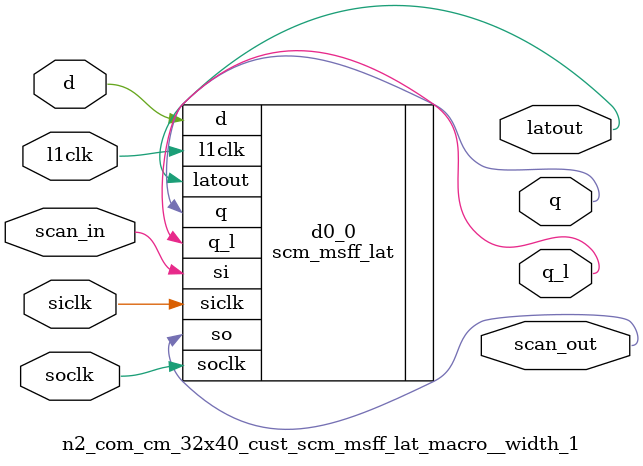
<source format=v>
module n2_com_cm_32x40_cust (
  adr_w, 
  din, 
  write_en, 
  tcu_array_wr_inhibit, 
  adr_r, 
  read_en, 
  lookup_en, 
  key, 
  l2clk, 
  tcu_se_scancollar_in, 
  scan_in, 
  tcu_pce_ov, 
  pce, 
  tcu_aclk, 
  tcu_bclk, 
  tcu_scan_en, 
  tcu_clk_stop, 
  tcu_array_bypass, 
  scan_out, 
  match, 
  match_idx, 
  dout);
wire siclk;
wire soclk;
wire pce_ov;
wire l1clk_in;
wire l1clk_en;
wire [142:0] so;
wire [152:0] xx_unused;
wire [152:0] xx0_unused;
wire [41:0] din_d1;
wire [41:7] key_d1;
wire lkup_so;
wire lookup_en_d1;
wire mb_ren_d1;
wire mb_wen_d1;
wire [31:0] adr_r_d1;
wire [31:0] adr_w_d1;
 

input   [31:0]  adr_w ; // set up to +ve edge, BS & SR 11/04/03, MB grows to 32
input   [41:0]  din;    // set up to +ve edge
input           write_en;       // +ve edge clk; write enable
input		tcu_array_wr_inhibit; // used to gate off writes during SCAN.
input   [31:0]  adr_r;  // set up to +ve edge, BS & SR 11/04/03, MB grows to 32
input           read_en;
input           lookup_en;      // set up to -ve edge
input   [41:7]  key;    // set up to -ve edge
input           l2clk ;
input           tcu_se_scancollar_in;
input           scan_in;
input           tcu_pce_ov;
input           pce;
input           tcu_aclk;
input           tcu_bclk;
input 		tcu_scan_en;
input		tcu_clk_stop;
input           tcu_array_bypass; // array bypass for DFT

output          scan_out;
output  [31:0]  match ;
output  [31:0]  match_idx ;
output  [41:0]  dout;

// JDL 05/17/07
// synopsys translate_off

wire   [41:0]   dout_array;
wire   [31:0]   match_array;
wire   [31:0]   match_idx_array;

// scan chain connections ////
wire stop;
assign siclk = tcu_aclk;
assign soclk = tcu_bclk;
//assign se = tcu_scan_en;
assign stop = tcu_clk_stop;
assign pce_ov = tcu_pce_ov;

assign dout = dout_array;

//// Input Flops /////


///////////
n2_com_cm_32x40_cust_l1clkhdr_ctl_macro      collar_in
         (
         .l2clk  (l2clk  ),
         .l1en   (pce   ),
         .pce_ov (pce_ov ),
         .stop   (stop   ),
         .se     (tcu_se_scancollar_in),
         .l1clk  (l1clk_in  )
         );

n2_com_cm_32x40_cust_l1clkhdr_ctl_macro      scan_en
         (
         .l2clk  (l2clk  ),
         .l1en   (pce   ),
         .pce_ov (pce_ov ),
         .stop   (stop   ),
         .se     (tcu_scan_en),
         .l1clk  (l1clk_en  )
         );



n2_com_cm_32x40_cust_scm_msff_lat_macro__width_1 xx0  (.scan_in(scan_in), .scan_out(so[0]), .l1clk(l1clk_in), .d(din[0]), .latout(xx_unused[0]), .q_l(xx0_unused[0]), .q(din_d1[0]),
  .siclk(siclk),
  .soclk(soclk));
n2_com_cm_32x40_cust_scm_msff_lat_macro__width_1 xx1  (.scan_in(so[0]), .scan_out(so[1]), .l1clk(l1clk_in), .d(din[1]), .latout(xx_unused[1]), .q_l(xx0_unused[1]), .q(din_d1[1]),
  .siclk(siclk),
  .soclk(soclk));
n2_com_cm_32x40_cust_scm_msff_lat_macro__width_1 xx2  (.scan_in(so[1]), .scan_out(so[2]), .l1clk(l1clk_in), .d(din[2]), .latout(xx_unused[2]), .q_l(xx0_unused[2]), .q(din_d1[2]),
  .siclk(siclk),
  .soclk(soclk));
n2_com_cm_32x40_cust_scm_msff_lat_macro__width_1 xx3  (.scan_in(so[2]), .scan_out(so[3]), .l1clk(l1clk_in), .d(din[3]), .latout(xx_unused[3]), .q_l(xx0_unused[3]), .q(din_d1[3]),
  .siclk(siclk),
  .soclk(soclk));
n2_com_cm_32x40_cust_scm_msff_lat_macro__width_1 xx4  (.scan_in(so[3]), .scan_out(so[4]), .l1clk(l1clk_in), .d(din[4]), .latout(xx_unused[4]), .q_l(xx0_unused[4]), .q(din_d1[4]),
  .siclk(siclk),
  .soclk(soclk));
n2_com_cm_32x40_cust_scm_msff_lat_macro__width_1 xx5  (.scan_in(so[4]), .scan_out(so[5]), .l1clk(l1clk_in), .d(din[5]), .latout(xx_unused[5]), .q_l(xx0_unused[5]), .q(din_d1[5]),
  .siclk(siclk),
  .soclk(soclk));
n2_com_cm_32x40_cust_scm_msff_lat_macro__width_1 xx6  (.scan_in(so[5]), .scan_out(so[6]), .l1clk(l1clk_in), .d(din[6]), .latout(xx_unused[6]), .q_l(xx0_unused[6]), .q(din_d1[6]),
  .siclk(siclk),
  .soclk(soclk));
n2_com_cm_32x40_cust_scm_msff_lat_macro__width_1 xx7  (.scan_in(so[6]), .scan_out(so[7]), .l1clk(l1clk_in), .d(din[9]), .latout(xx_unused[7]), .q_l(xx0_unused[7]), .q(din_d1[9]),
  .siclk(siclk),
  .soclk(soclk));
n2_com_cm_32x40_cust_scm_msff_lat_macro__width_1 xx8  (.scan_in(so[7]), .scan_out(so[8]), .l1clk(l1clk_in), .d(din[10]), .latout(xx_unused[8]), .q_l(xx0_unused[8]), .q(din_d1[10]),
  .siclk(siclk),
  .soclk(soclk));
n2_com_cm_32x40_cust_scm_msff_lat_macro__width_1 xx9  (.scan_in(so[8]), .scan_out(so[9]), .l1clk(l1clk_in), .d(din[11]), .latout(xx_unused[9]), .q_l(xx0_unused[9]), .q(din_d1[11]),
  .siclk(siclk),
  .soclk(soclk));
n2_com_cm_32x40_cust_scm_msff_lat_macro__width_1 xx10  (.scan_in(so[9]), .scan_out(so[10]), .l1clk(l1clk_in), .d(din[12]), .latout(xx_unused[10]), .q_l(xx0_unused[10]), .q(din_d1[12]),
  .siclk(siclk),
  .soclk(soclk));
n2_com_cm_32x40_cust_scm_msff_lat_macro__width_1 xx11  (.scan_in(so[10]), .scan_out(so[11]), .l1clk(l1clk_in), .d(din[13]), .latout(xx_unused[11]), .q_l(xx0_unused[11]), .q(din_d1[13]),
  .siclk(siclk),
  .soclk(soclk));
n2_com_cm_32x40_cust_scm_msff_lat_macro__width_1 xx12  (.scan_in(so[11]), .scan_out(so[12]), .l1clk(l1clk_in), .d(din[14]), .latout(xx_unused[12]), .q_l(xx0_unused[12]), .q(din_d1[14]),
  .siclk(siclk),
  .soclk(soclk));
n2_com_cm_32x40_cust_scm_msff_lat_macro__width_1 xx13  (.scan_in(so[12]), .scan_out(so[13]), .l1clk(l1clk_in), .d(din[15]), .latout(xx_unused[13]), .q_l(xx0_unused[13]), .q(din_d1[15]),
  .siclk(siclk),
  .soclk(soclk));
n2_com_cm_32x40_cust_scm_msff_lat_macro__width_1 xx14  (.scan_in(so[13]), .scan_out(so[14]), .l1clk(l1clk_in), .d(din[16]), .latout(xx_unused[14]), .q_l(xx0_unused[14]), .q(din_d1[16]),
  .siclk(siclk),
  .soclk(soclk));
n2_com_cm_32x40_cust_scm_msff_lat_macro__width_1 xx15  (.scan_in(so[14]), .scan_out(so[15]), .l1clk(l1clk_in), .d(din[17]), .latout(xx_unused[15]), .q_l(xx0_unused[15]), .q(din_d1[17]),
  .siclk(siclk),
  .soclk(soclk));
n2_com_cm_32x40_cust_scm_msff_lat_macro__width_1 xx16  (.scan_in(so[15]), .scan_out(so[16]), .l1clk(l1clk_in), .d(din[7]), .latout(xx_unused[16]), .q_l(xx0_unused[16]), .q(din_d1[7]),
  .siclk(siclk),
  .soclk(soclk));
n2_com_cm_32x40_cust_scm_msff_lat_macro__width_1 xx17  (.scan_in(so[16]), .scan_out(so[17]), .l1clk(l1clk_in), .d(din[8]), .latout(xx_unused[17]), .q_l(xx0_unused[17]), .q(din_d1[8]),
  .siclk(siclk),
  .soclk(soclk));
n2_com_cm_32x40_cust_scm_msff_lat_macro__width_1 xx18  (.scan_in(so[17]), .scan_out(so[18]), .l1clk(l1clk_in), .d(din[18]), .latout(xx_unused[18]), .q_l(xx0_unused[18]), .q(din_d1[18]),
  .siclk(siclk),
  .soclk(soclk));
n2_com_cm_32x40_cust_scm_msff_lat_macro__width_1 xx19  (.scan_in(so[18]), .scan_out(so[19]), .l1clk(l1clk_in), .d(din[19]), .latout(xx_unused[19]), .q_l(xx0_unused[19]), .q(din_d1[19]),
  .siclk(siclk),
  .soclk(soclk));
n2_com_cm_32x40_cust_scm_msff_lat_macro__width_1 xx20  (.scan_in(so[19]), .scan_out(so[20]), .l1clk(l1clk_in), .d(din[20]), .latout(xx_unused[20]), .q_l(xx0_unused[20]), .q(din_d1[20]),
  .siclk(siclk),
  .soclk(soclk));
n2_com_cm_32x40_cust_scm_msff_lat_macro__width_1 xx21  (.scan_in(so[20]), .scan_out(so[21]), .l1clk(l1clk_in), .d(din[21]), .latout(xx_unused[21]), .q_l(xx0_unused[21]), .q(din_d1[21]),
  .siclk(siclk),
  .soclk(soclk));
n2_com_cm_32x40_cust_scm_msff_lat_macro__width_1 xx22  (.scan_in(so[21]), .scan_out(so[22]), .l1clk(l1clk_in), .d(din[22]), .latout(xx_unused[22]), .q_l(xx0_unused[22]), .q(din_d1[22]),
  .siclk(siclk),
  .soclk(soclk));
n2_com_cm_32x40_cust_scm_msff_lat_macro__width_1 xx23  (.scan_in(so[22]), .scan_out(so[23]), .l1clk(l1clk_in), .d(din[23]), .latout(xx_unused[23]), .q_l(xx0_unused[23]), .q(din_d1[23]),
  .siclk(siclk),
  .soclk(soclk));
n2_com_cm_32x40_cust_scm_msff_lat_macro__width_1 xx24  (.scan_in(so[23]), .scan_out(so[24]), .l1clk(l1clk_in), .d(din[24]), .latout(xx_unused[24]), .q_l(xx0_unused[24]), .q(din_d1[24]),
  .siclk(siclk),
  .soclk(soclk));
n2_com_cm_32x40_cust_scm_msff_lat_macro__width_1 xx25  (.scan_in(so[24]), .scan_out(so[25]), .l1clk(l1clk_in), .d(din[25]), .latout(xx_unused[25]), .q_l(xx0_unused[25]), .q(din_d1[25]),
  .siclk(siclk),
  .soclk(soclk));
n2_com_cm_32x40_cust_scm_msff_lat_macro__width_1 xx26  (.scan_in(so[25]), .scan_out(so[26]), .l1clk(l1clk_in), .d(din[26]), .latout(xx_unused[26]), .q_l(xx0_unused[26]), .q(din_d1[26]),
  .siclk(siclk),
  .soclk(soclk));
n2_com_cm_32x40_cust_scm_msff_lat_macro__width_1 xx27  (.scan_in(so[26]), .scan_out(so[27]), .l1clk(l1clk_in), .d(din[27]), .latout(xx_unused[27]), .q_l(xx0_unused[27]), .q(din_d1[27]),
  .siclk(siclk),
  .soclk(soclk));
n2_com_cm_32x40_cust_scm_msff_lat_macro__width_1 xx28  (.scan_in(so[27]), .scan_out(so[28]), .l1clk(l1clk_in), .d(din[28]), .latout(xx_unused[28]), .q_l(xx0_unused[28]), .q(din_d1[28]),
  .siclk(siclk),
  .soclk(soclk));
n2_com_cm_32x40_cust_scm_msff_lat_macro__width_1 xx29  (.scan_in(so[28]), .scan_out(so[29]), .l1clk(l1clk_in), .d(din[29]), .latout(xx_unused[29]), .q_l(xx0_unused[29]), .q(din_d1[29]),
  .siclk(siclk),
  .soclk(soclk));
n2_com_cm_32x40_cust_scm_msff_lat_macro__width_1 xx30  (.scan_in(so[29]), .scan_out(so[30]), .l1clk(l1clk_in), .d(din[30]), .latout(xx_unused[30]), .q_l(xx0_unused[30]), .q(din_d1[30]),
  .siclk(siclk),
  .soclk(soclk));
n2_com_cm_32x40_cust_scm_msff_lat_macro__width_1 xx31  (.scan_in(so[30]), .scan_out(so[31]), .l1clk(l1clk_in), .d(din[31]), .latout(xx_unused[31]), .q_l(xx0_unused[31]), .q(din_d1[31]),
  .siclk(siclk),
  .soclk(soclk));
n2_com_cm_32x40_cust_scm_msff_lat_macro__width_1 xx32  (.scan_in(so[31]), .scan_out(so[32]), .l1clk(l1clk_in), .d(din[32]), .latout(xx_unused[32]), .q_l(xx0_unused[32]), .q(din_d1[32]),
  .siclk(siclk),
  .soclk(soclk));
n2_com_cm_32x40_cust_scm_msff_lat_macro__width_1 xx33  (.scan_in(so[32]), .scan_out(so[33]), .l1clk(l1clk_in), .d(din[33]), .latout(xx_unused[33]), .q_l(xx0_unused[33]), .q(din_d1[33]),
  .siclk(siclk),
  .soclk(soclk));
n2_com_cm_32x40_cust_scm_msff_lat_macro__width_1 xx34  (.scan_in(so[33]), .scan_out(so[34]), .l1clk(l1clk_in), .d(din[34]), .latout(xx_unused[34]), .q_l(xx0_unused[34]), .q(din_d1[34]),
  .siclk(siclk),
  .soclk(soclk));
n2_com_cm_32x40_cust_scm_msff_lat_macro__width_1 xx35  (.scan_in(so[34]), .scan_out(so[35]), .l1clk(l1clk_in), .d(din[35]), .latout(xx_unused[35]), .q_l(xx0_unused[35]), .q(din_d1[35]),
  .siclk(siclk),
  .soclk(soclk));
n2_com_cm_32x40_cust_scm_msff_lat_macro__width_1 xx36  (.scan_in(so[35]), .scan_out(so[36]), .l1clk(l1clk_in), .d(din[36]), .latout(xx_unused[36]), .q_l(xx0_unused[36]), .q(din_d1[36]),
  .siclk(siclk),
  .soclk(soclk));
n2_com_cm_32x40_cust_scm_msff_lat_macro__width_1 xx37  (.scan_in(so[36]), .scan_out(so[37]), .l1clk(l1clk_in), .d(din[37]), .latout(xx_unused[37]), .q_l(xx0_unused[37]), .q(din_d1[37]),
  .siclk(siclk),
  .soclk(soclk));
n2_com_cm_32x40_cust_scm_msff_lat_macro__width_1 xx38  (.scan_in(so[37]), .scan_out(so[38]), .l1clk(l1clk_in), .d(din[38]), .latout(xx_unused[38]), .q_l(xx0_unused[38]), .q(din_d1[38]),
  .siclk(siclk),
  .soclk(soclk));
n2_com_cm_32x40_cust_scm_msff_lat_macro__width_1 xx39  (.scan_in(so[38]), .scan_out(so[39]), .l1clk(l1clk_in), .d(din[39]), .latout(xx_unused[39]), .q_l(xx0_unused[39]), .q(din_d1[39]),
  .siclk(siclk),
  .soclk(soclk));
n2_com_cm_32x40_cust_scm_msff_lat_macro__width_1 xx40  (.scan_in(so[39]), .scan_out(so[40]), .l1clk(l1clk_in), .d(din[40]), .latout(xx_unused[40]), .q_l(xx0_unused[40]), .q(din_d1[40]),
  .siclk(siclk),
  .soclk(soclk));
n2_com_cm_32x40_cust_scm_msff_lat_macro__width_1 xx41  (.scan_in(so[40]), .scan_out(so[41]), .l1clk(l1clk_in), .d(din[41]), .latout(xx_unused[41]), .q_l(xx0_unused[41]), .q(din_d1[41]),
  .siclk(siclk),
  .soclk(soclk));
n2_com_cm_32x40_cust_scm_msff_lat_macro__width_1 xx42  (.scan_in(so[41]), .scan_out(so[42]), .l1clk(l1clk_in), .d(key[41]), .latout(key_d1[41]), .q_l(xx0_unused[42]), .q(xx_unused[42]),
  .siclk(siclk),
  .soclk(soclk));
n2_com_cm_32x40_cust_scm_msff_lat_macro__width_1 xx43  (.scan_in(so[42]), .scan_out(so[43]), .l1clk(l1clk_in), .d(key[40]), .latout(key_d1[40]), .q_l(xx0_unused[43]), .q(xx_unused[43]),
  .siclk(siclk),
  .soclk(soclk));
n2_com_cm_32x40_cust_scm_msff_lat_macro__width_1 xx44  (.scan_in(so[43]), .scan_out(so[44]), .l1clk(l1clk_in), .d(key[39]), .latout(key_d1[39]), .q_l(xx0_unused[44]), .q(xx_unused[44]),
  .siclk(siclk),
  .soclk(soclk));
n2_com_cm_32x40_cust_scm_msff_lat_macro__width_1 xx45  (.scan_in(so[44]), .scan_out(so[45]), .l1clk(l1clk_in), .d(key[38]), .latout(key_d1[38]), .q_l(xx0_unused[45]), .q(xx_unused[45]),
  .siclk(siclk),
  .soclk(soclk));





n2_com_cm_32x40_cust_scm_msff_lat_macro__width_1 xx46  (.scan_in(so[45]), .scan_out(lkup_so), .l1clk(l1clk_in), .d(lookup_en), .latout(lookup_en_d1),  .q_l(xx0_unused[46]), .q(xx_unused[46]),
  .siclk(siclk),
  .soclk(soclk));
n2_com_cm_32x40_cust_scm_msff_lat_macro__width_1 xx47  (.scan_in(lkup_so), .scan_out(so[46]), .l1clk(l1clk_in), .d(key[37]), .latout(key_d1[37]),      .q_l(xx0_unused[47]), .q(xx_unused[47]),
  .siclk(siclk),
  .soclk(soclk));
n2_com_cm_32x40_cust_scm_msff_lat_macro__width_1 xx48  (.scan_in(so[46]), .scan_out(so[47]), .l1clk(l1clk_in), .d(key[36]), .latout(key_d1[36]),       .q_l(xx0_unused[48]), .q(xx_unused[48]),
  .siclk(siclk),
  .soclk(soclk));
n2_com_cm_32x40_cust_scm_msff_lat_macro__width_1 xx49  (.scan_in(so[47]), .scan_out(so[48]), .l1clk(l1clk_in), .d(key[35]), .latout(key_d1[35]),       .q_l(xx0_unused[49]), .q(xx_unused[49]),
  .siclk(siclk),
  .soclk(soclk));
n2_com_cm_32x40_cust_scm_msff_lat_macro__width_1 xx50  (.scan_in(so[48]), .scan_out(so[49]), .l1clk(l1clk_in), .d(key[34]), .latout(key_d1[34]),       .q_l(xx0_unused[50]), .q(xx_unused[50]),
  .siclk(siclk),
  .soclk(soclk));
n2_com_cm_32x40_cust_scm_msff_lat_macro__width_1 xx51  (.scan_in(so[49]), .scan_out(so[50]), .l1clk(l1clk_in), .d(key[33]), .latout(key_d1[33]),       .q_l(xx0_unused[51]), .q(xx_unused[51]),
  .siclk(siclk),
  .soclk(soclk));
n2_com_cm_32x40_cust_scm_msff_lat_macro__width_1 xx52  (.scan_in(so[50]), .scan_out(so[51]), .l1clk(l1clk_in), .d(key[32]), .latout(key_d1[32]),       .q_l(xx0_unused[52]), .q(xx_unused[52]),
  .siclk(siclk),
  .soclk(soclk));
n2_com_cm_32x40_cust_scm_msff_lat_macro__width_1 xx53  (.scan_in(so[51]), .scan_out(so[52]), .l1clk(l1clk_in), .d(key[31]), .latout(key_d1[31]),       .q_l(xx0_unused[53]), .q(xx_unused[53]),
  .siclk(siclk),
  .soclk(soclk));
n2_com_cm_32x40_cust_scm_msff_lat_macro__width_1 xx54  (.scan_in(so[52]), .scan_out(so[53]), .l1clk(l1clk_in), .d(key[30]), .latout(key_d1[30]),       .q_l(xx0_unused[54]), .q(xx_unused[54]),
  .siclk(siclk),
  .soclk(soclk));
n2_com_cm_32x40_cust_scm_msff_lat_macro__width_1 xx55  (.scan_in(so[53]), .scan_out(so[54]), .l1clk(l1clk_in), .d(key[29]), .latout(key_d1[29]),       .q_l(xx0_unused[55]), .q(xx_unused[55]),
  .siclk(siclk),
  .soclk(soclk));
n2_com_cm_32x40_cust_scm_msff_lat_macro__width_1 xx56  (.scan_in(so[54]), .scan_out(so[55]), .l1clk(l1clk_in), .d(key[28]), .latout(key_d1[28]),       .q_l(xx0_unused[56]), .q(xx_unused[56]),
  .siclk(siclk),
  .soclk(soclk));
n2_com_cm_32x40_cust_scm_msff_lat_macro__width_1 xx57  (.scan_in(so[55]), .scan_out(so[56]), .l1clk(l1clk_in), .d(key[27]), .latout(key_d1[27]),       .q_l(xx0_unused[57]), .q(xx_unused[57]),
  .siclk(siclk),
  .soclk(soclk));
n2_com_cm_32x40_cust_scm_msff_lat_macro__width_1 xx58  (.scan_in(so[56]), .scan_out(so[57]), .l1clk(l1clk_in), .d(key[26]), .latout(key_d1[26]),       .q_l(xx0_unused[58]), .q(xx_unused[58]),
  .siclk(siclk),
  .soclk(soclk));
n2_com_cm_32x40_cust_scm_msff_lat_macro__width_1 xx59  (.scan_in(so[57]), .scan_out(so[58]), .l1clk(l1clk_in), .d(key[25]), .latout(key_d1[25]),       .q_l(xx0_unused[59]), .q(xx_unused[59]),
  .siclk(siclk),
  .soclk(soclk));
n2_com_cm_32x40_cust_scm_msff_lat_macro__width_1 xx60  (.scan_in(so[58]), .scan_out(so[59]), .l1clk(l1clk_in), .d(key[24]), .latout(key_d1[24]),       .q_l(xx0_unused[60]), .q(xx_unused[60]),
  .siclk(siclk),
  .soclk(soclk));
n2_com_cm_32x40_cust_scm_msff_lat_macro__width_1 xx61  (.scan_in(so[59]), .scan_out(so[60]), .l1clk(l1clk_in), .d(key[23]), .latout(key_d1[23]),       .q_l(xx0_unused[70]), .q(xx_unused[70]),
  .siclk(siclk),
  .soclk(soclk));
n2_com_cm_32x40_cust_scm_msff_lat_macro__width_1 xx62  (.scan_in(so[60]), .scan_out(so[61]), .l1clk(l1clk_in), .d(key[22]), .latout(key_d1[22]),       .q_l(xx0_unused[71]), .q(xx_unused[71]),
  .siclk(siclk),
  .soclk(soclk));
n2_com_cm_32x40_cust_scm_msff_lat_macro__width_1 xx63  (.scan_in(so[61]), .scan_out(so[62]), .l1clk(l1clk_in), .d(key[21]), .latout(key_d1[21]),       .q_l(xx0_unused[72]), .q(xx_unused[72]),
  .siclk(siclk),
  .soclk(soclk));
n2_com_cm_32x40_cust_scm_msff_lat_macro__width_1 xx64  (.scan_in(so[62]), .scan_out(so[63]), .l1clk(l1clk_in), .d(key[20]), .latout(key_d1[20]),       .q_l(xx0_unused[73]), .q(xx_unused[73]),
  .siclk(siclk),
  .soclk(soclk));
n2_com_cm_32x40_cust_scm_msff_lat_macro__width_1 xx65  (.scan_in(so[63]), .scan_out(so[64]), .l1clk(l1clk_in), .d(key[19]), .latout(key_d1[19]),       .q_l(xx0_unused[74]), .q(xx_unused[74]),
  .siclk(siclk),
  .soclk(soclk));
n2_com_cm_32x40_cust_scm_msff_lat_macro__width_1 xx66  (.scan_in(so[64]), .scan_out(so[65]), .l1clk(l1clk_in), .d(key[18]), .latout(key_d1[18]),       .q_l(xx0_unused[75]), .q(xx_unused[75]),
  .siclk(siclk),
  .soclk(soclk));
n2_com_cm_32x40_cust_scm_msff_lat_macro__width_1 xx67  (.scan_in(so[65]), .scan_out(so[66]), .l1clk(l1clk_in), .d(key[8]), .latout(key_d1[8]),         .q_l(xx0_unused[76]), .q(xx_unused[76]),
  .siclk(siclk),
  .soclk(soclk));
n2_com_cm_32x40_cust_scm_msff_lat_macro__width_1 xx68  (.scan_in(so[66]), .scan_out(so[67]), .l1clk(l1clk_in), .d(key[7]), .latout(key_d1[7]),         .q_l(xx0_unused[77]), .q(xx_unused[77]),
  .siclk(siclk),
  .soclk(soclk));
n2_com_cm_32x40_cust_scm_msff_lat_macro__width_1 xx69  (.scan_in(so[67]), .scan_out(so[68]), .l1clk(l1clk_in), .d(key[17]), .latout(key_d1[17]),       .q_l(xx0_unused[78]), .q(xx_unused[78]),
  .siclk(siclk),
  .soclk(soclk));
n2_com_cm_32x40_cust_scm_msff_lat_macro__width_1 xx70  (.scan_in(so[68]), .scan_out(so[69]), .l1clk(l1clk_in), .d(key[16]), .latout(key_d1[16]),       .q_l(xx0_unused[79]), .q(xx_unused[79]),
  .siclk(siclk),
  .soclk(soclk));
n2_com_cm_32x40_cust_scm_msff_lat_macro__width_1 xx71  (.scan_in(so[69]), .scan_out(so[70]), .l1clk(l1clk_in), .d(key[15]), .latout(key_d1[15]),       .q_l(xx0_unused[80]), .q(xx_unused[80]),
  .siclk(siclk),
  .soclk(soclk));
n2_com_cm_32x40_cust_scm_msff_lat_macro__width_1 xx72  (.scan_in(so[70]), .scan_out(so[71]), .l1clk(l1clk_in), .d(key[14]), .latout(key_d1[14]),       .q_l(xx0_unused[81]), .q(xx_unused[81]),
  .siclk(siclk),
  .soclk(soclk));
n2_com_cm_32x40_cust_scm_msff_lat_macro__width_1 xx73  (.scan_in(so[71]), .scan_out(so[72]), .l1clk(l1clk_in), .d(key[13]), .latout(key_d1[13]),       .q_l(xx0_unused[82]), .q(xx_unused[82]),
  .siclk(siclk),
  .soclk(soclk));
n2_com_cm_32x40_cust_scm_msff_lat_macro__width_1 xx74  (.scan_in(so[72]), .scan_out(so[73]), .l1clk(l1clk_in), .d(key[12]), .latout(key_d1[12]),       .q_l(xx0_unused[83]), .q(xx_unused[83]),
  .siclk(siclk),
  .soclk(soclk));
n2_com_cm_32x40_cust_scm_msff_lat_macro__width_1 xx75  (.scan_in(so[73]), .scan_out(so[74]), .l1clk(l1clk_in), .d(key[11]), .latout(key_d1[11]),       .q_l(xx0_unused[84]), .q(xx_unused[84]),
  .siclk(siclk),
  .soclk(soclk));
n2_com_cm_32x40_cust_scm_msff_lat_macro__width_1 xx76  (.scan_in(so[74]), .scan_out(so[75]), .l1clk(l1clk_in), .d(key[10]), .latout(key_d1[10]),       .q_l(xx0_unused[85]), .q(xx_unused[85]),
  .siclk(siclk),
  .soclk(soclk));
n2_com_cm_32x40_cust_scm_msff_lat_macro__width_1 xx77  (.scan_in(so[75]), .scan_out(so[76]), .l1clk(l1clk_in), .d(key[9]), .latout(key_d1[9]),         .q_l(xx0_unused[86]), .q(xx_unused[86]),
  .siclk(siclk),
  .soclk(soclk));
n2_com_cm_32x40_cust_scm_msff_lat_macro__width_1 xx78  (.scan_in(so[76]), .scan_out(so[77]), .l1clk(l1clk_in), .d(read_en), .latout(mb_ren_d1),        .q_l(xx0_unused[87]), .q(xx_unused[87]),
  .siclk(siclk),
  .soclk(soclk));
n2_com_cm_32x40_cust_scm_msff_lat_macro__width_1 xx79  (.scan_in(so[77]), .scan_out(so[78]), .l1clk(l1clk_in), .d(write_en), .latout(mb_wen_d1),       .q_l(xx0_unused[88]), .q(xx_unused[88]),
  .siclk(siclk),
  .soclk(soclk));
n2_com_cm_32x40_cust_scm_msff_lat_macro__width_1 xx80  (.scan_in(so[78]), .scan_out(so[79]), .l1clk(l1clk_in), .d(adr_r[0]), .latout(adr_r_d1[0]),     .q_l(xx0_unused[89]), .q(xx_unused[89]),
  .siclk(siclk),
  .soclk(soclk));
n2_com_cm_32x40_cust_scm_msff_lat_macro__width_1 xx81  (.scan_in(so[79]), .scan_out(so[80]), .l1clk(l1clk_in), .d(adr_r[1]), .latout(adr_r_d1[1]),     .q_l(xx0_unused[90]), .q(xx_unused[90]),
  .siclk(siclk),
  .soclk(soclk));
n2_com_cm_32x40_cust_scm_msff_lat_macro__width_1 xx82  (.scan_in(so[80]), .scan_out(so[81]), .l1clk(l1clk_in), .d(adr_r[2]), .latout(adr_r_d1[2]),     .q_l(xx0_unused[91]), .q(xx_unused[91]),
  .siclk(siclk),
  .soclk(soclk));
n2_com_cm_32x40_cust_scm_msff_lat_macro__width_1 xx83  (.scan_in(so[81]), .scan_out(so[82]), .l1clk(l1clk_in), .d(adr_r[3]), .latout(adr_r_d1[3]),     .q_l(xx0_unused[92]), .q(xx_unused[92]),
  .siclk(siclk),
  .soclk(soclk));
n2_com_cm_32x40_cust_scm_msff_lat_macro__width_1 xx84  (.scan_in(so[82]), .scan_out(so[83]), .l1clk(l1clk_in), .d(adr_w[0]), .latout(adr_w_d1[0]),     .q_l(xx0_unused[93]), .q(xx_unused[93]),
  .siclk(siclk),
  .soclk(soclk));
n2_com_cm_32x40_cust_scm_msff_lat_macro__width_1 xx85  (.scan_in(so[83]), .scan_out(so[84]), .l1clk(l1clk_in), .d(adr_w[1]), .latout(adr_w_d1[1]),     .q_l(xx0_unused[94]), .q(xx_unused[94]),
  .siclk(siclk),
  .soclk(soclk));
n2_com_cm_32x40_cust_scm_msff_lat_macro__width_1 xx86  (.scan_in(so[84]), .scan_out(so[85]), .l1clk(l1clk_in), .d(adr_w[2]), .latout(adr_w_d1[2]),     .q_l(xx0_unused[95]), .q(xx_unused[95]),
  .siclk(siclk),
  .soclk(soclk));
n2_com_cm_32x40_cust_scm_msff_lat_macro__width_1 xx87  (.scan_in(so[85]), .scan_out(so[86]), .l1clk(l1clk_in), .d(adr_w[3]), .latout(adr_w_d1[3]),     .q_l(xx0_unused[96]), .q(xx_unused[96]),
  .siclk(siclk),
  .soclk(soclk));
n2_com_cm_32x40_cust_scm_msff_lat_macro__width_1 xx88  (.scan_in(so[86]), .scan_out(so[87]), .l1clk(l1clk_in), .d(adr_r[4]), .latout(adr_r_d1[4]),     .q_l(xx0_unused[97]), .q(xx_unused[97]),
  .siclk(siclk),
  .soclk(soclk));
n2_com_cm_32x40_cust_scm_msff_lat_macro__width_1 xx89  (.scan_in(so[87]), .scan_out(so[88]), .l1clk(l1clk_in), .d(adr_r[5]), .latout(adr_r_d1[5]),     .q_l(xx0_unused[98]), .q(xx_unused[98]),
  .siclk(siclk),
  .soclk(soclk));
n2_com_cm_32x40_cust_scm_msff_lat_macro__width_1 xx90  (.scan_in(so[88]), .scan_out(so[89]), .l1clk(l1clk_in), .d(adr_r[6]), .latout(adr_r_d1[6]),     .q_l(xx0_unused[99]), .q(xx_unused[99]),
  .siclk(siclk),
  .soclk(soclk));
n2_com_cm_32x40_cust_scm_msff_lat_macro__width_1 xx91  (.scan_in(so[89]), .scan_out(so[90]), .l1clk(l1clk_in), .d(adr_r[7]), .latout(adr_r_d1[7]),     .q_l(xx0_unused[100]), .q(xx_unused[100]),
  .siclk(siclk),
  .soclk(soclk));
n2_com_cm_32x40_cust_scm_msff_lat_macro__width_1 xx92  (.scan_in(so[90]), .scan_out(so[91]), .l1clk(l1clk_in), .d(adr_w[4]), .latout(adr_w_d1[4]),     .q_l(xx0_unused[101]), .q(xx_unused[101]),
  .siclk(siclk),
  .soclk(soclk));
n2_com_cm_32x40_cust_scm_msff_lat_macro__width_1 xx93  (.scan_in(so[91]), .scan_out(so[92]), .l1clk(l1clk_in), .d(adr_w[5]), .latout(adr_w_d1[5]),     .q_l(xx0_unused[102]), .q(xx_unused[102]),
  .siclk(siclk),
  .soclk(soclk));
n2_com_cm_32x40_cust_scm_msff_lat_macro__width_1 xx94  (.scan_in(so[92]), .scan_out(so[93]), .l1clk(l1clk_in), .d(adr_w[6]), .latout(adr_w_d1[6]),     .q_l(xx0_unused[103]), .q(xx_unused[103]),
  .siclk(siclk),
  .soclk(soclk));
n2_com_cm_32x40_cust_scm_msff_lat_macro__width_1 xx95  (.scan_in(so[93]), .scan_out(so[94]), .l1clk(l1clk_in), .d(adr_w[7]), .latout(adr_w_d1[7]),     .q_l(xx0_unused[104]), .q(xx_unused[104]),
  .siclk(siclk),
  .soclk(soclk));
n2_com_cm_32x40_cust_scm_msff_lat_macro__width_1 xx96  (.scan_in(so[94]), .scan_out(so[95]), .l1clk(l1clk_in), .d(adr_r[11]), .latout(adr_r_d1[11]),   .q_l(xx0_unused[105]), .q(xx_unused[105]),
  .siclk(siclk),
  .soclk(soclk));
n2_com_cm_32x40_cust_scm_msff_lat_macro__width_1 xx97  (.scan_in(so[95]), .scan_out(so[96]), .l1clk(l1clk_in), .d(adr_r[10]), .latout(adr_r_d1[10]),   .q_l(xx0_unused[106]), .q(xx_unused[106]),
  .siclk(siclk),
  .soclk(soclk));
n2_com_cm_32x40_cust_scm_msff_lat_macro__width_1 xx98  (.scan_in(so[96]), .scan_out(so[97]), .l1clk(l1clk_in), .d(adr_r[9]), .latout(adr_r_d1[9]),     .q_l(xx0_unused[107]), .q(xx_unused[107]),
  .siclk(siclk),
  .soclk(soclk));
n2_com_cm_32x40_cust_scm_msff_lat_macro__width_1 xx99  (.scan_in(so[97]), .scan_out(so[98]), .l1clk(l1clk_in), .d(adr_r[8]), .latout(adr_r_d1[8]),     .q_l(xx0_unused[108]), .q(xx_unused[108]),
  .siclk(siclk),
  .soclk(soclk));
n2_com_cm_32x40_cust_scm_msff_lat_macro__width_1 xx100  (.scan_in(so[98]), .scan_out(so[99]), .l1clk(l1clk_in), .d(adr_w[11]), .latout(adr_w_d1[11]),  .q_l(xx0_unused[109]), .q(xx_unused[109]),
  .siclk(siclk),
  .soclk(soclk));
n2_com_cm_32x40_cust_scm_msff_lat_macro__width_1 xx101  (.scan_in(so[99]), .scan_out(so[100]), .l1clk(l1clk_in), .d(adr_w[10]), .latout(adr_w_d1[10]), .q_l(xx0_unused[110]), .q(xx_unused[110]),
  .siclk(siclk),
  .soclk(soclk));
n2_com_cm_32x40_cust_scm_msff_lat_macro__width_1 xx102  (.scan_in(so[100]), .scan_out(so[101]), .l1clk(l1clk_in), .d(adr_w[9]), .latout(adr_w_d1[9]),  .q_l(xx0_unused[111]), .q(xx_unused[111]),
  .siclk(siclk),
  .soclk(soclk));
n2_com_cm_32x40_cust_scm_msff_lat_macro__width_1 xx103  (.scan_in(so[101]), .scan_out(so[102]), .l1clk(l1clk_in), .d(adr_w[8]), .latout(adr_w_d1[8]),  .q_l(xx0_unused[112]), .q(xx_unused[112]),
  .siclk(siclk),
  .soclk(soclk));
n2_com_cm_32x40_cust_scm_msff_lat_macro__width_1 xx104  (.scan_in(so[102]), .scan_out(so[103]), .l1clk(l1clk_in), .d(adr_r[15]), .latout(adr_r_d1[15]),.q_l(xx0_unused[113]), .q(xx_unused[113]),
  .siclk(siclk),
  .soclk(soclk));
n2_com_cm_32x40_cust_scm_msff_lat_macro__width_1 xx105  (.scan_in(so[103]), .scan_out(so[104]), .l1clk(l1clk_in), .d(adr_r[14]), .latout(adr_r_d1[14]),.q_l(xx0_unused[114]), .q(xx_unused[114]),
  .siclk(siclk),
  .soclk(soclk));
n2_com_cm_32x40_cust_scm_msff_lat_macro__width_1 xx106  (.scan_in(so[104]), .scan_out(so[105]), .l1clk(l1clk_in), .d(adr_r[13]), .latout(adr_r_d1[13]),.q_l(xx0_unused[115]), .q(xx_unused[115]),
  .siclk(siclk),
  .soclk(soclk));
n2_com_cm_32x40_cust_scm_msff_lat_macro__width_1 xx107  (.scan_in(so[105]), .scan_out(so[106]), .l1clk(l1clk_in), .d(adr_r[12]), .latout(adr_r_d1[12]),.q_l(xx0_unused[116]), .q(xx_unused[116]),
  .siclk(siclk),
  .soclk(soclk));
n2_com_cm_32x40_cust_scm_msff_lat_macro__width_1 xx108  (.scan_in(so[106]), .scan_out(so[107]), .l1clk(l1clk_in), .d(adr_w[15]), .latout(adr_w_d1[15]),.q_l(xx0_unused[117]), .q(xx_unused[117]),
  .siclk(siclk),
  .soclk(soclk));
n2_com_cm_32x40_cust_scm_msff_lat_macro__width_1 xx109  (.scan_in(so[107]), .scan_out(so[108]), .l1clk(l1clk_in), .d(adr_w[14]), .latout(adr_w_d1[14]),.q_l(xx0_unused[118]), .q(xx_unused[118]),
  .siclk(siclk),
  .soclk(soclk));
n2_com_cm_32x40_cust_scm_msff_lat_macro__width_1 xx110  (.scan_in(so[108]), .scan_out(so[109]), .l1clk(l1clk_in), .d(adr_w[13]), .latout(adr_w_d1[13]),.q_l(xx0_unused[119]), .q(xx_unused[119]),
  .siclk(siclk),
  .soclk(soclk));
n2_com_cm_32x40_cust_scm_msff_lat_macro__width_1 xx111  (.scan_in(so[109]), .scan_out(so[110]), .l1clk(l1clk_in), .d(adr_w[12]), .latout(adr_w_d1[12]),.q_l(xx0_unused[120]), .q(xx_unused[120]),
  .siclk(siclk),
  .soclk(soclk));
n2_com_cm_32x40_cust_scm_msff_lat_macro__width_1 xx112  (.scan_in(so[110]), .scan_out(so[111]), .l1clk(l1clk_in), .d(adr_r[16]), .latout(adr_r_d1[16]),.q_l(xx0_unused[121]), .q(xx_unused[121]),
  .siclk(siclk),
  .soclk(soclk));
n2_com_cm_32x40_cust_scm_msff_lat_macro__width_1 xx113  (.scan_in(so[111]), .scan_out(so[112]), .l1clk(l1clk_in), .d(adr_r[17]), .latout(adr_r_d1[17]),.q_l(xx0_unused[122]), .q(xx_unused[122]),
  .siclk(siclk),
  .soclk(soclk));
n2_com_cm_32x40_cust_scm_msff_lat_macro__width_1 xx114  (.scan_in(so[112]), .scan_out(so[113]), .l1clk(l1clk_in), .d(adr_r[18]), .latout(adr_r_d1[18]),.q_l(xx0_unused[123]), .q(xx_unused[123]),
  .siclk(siclk),
  .soclk(soclk));
n2_com_cm_32x40_cust_scm_msff_lat_macro__width_1 xx115  (.scan_in(so[113]), .scan_out(so[114]), .l1clk(l1clk_in), .d(adr_r[19]), .latout(adr_r_d1[19]),.q_l(xx0_unused[124]), .q(xx_unused[124]),
  .siclk(siclk),
  .soclk(soclk));
n2_com_cm_32x40_cust_scm_msff_lat_macro__width_1 xx116  (.scan_in(so[114]), .scan_out(so[115]), .l1clk(l1clk_in), .d(adr_w[16]), .latout(adr_w_d1[16]),.q_l(xx0_unused[125]), .q(xx_unused[125]),
  .siclk(siclk),
  .soclk(soclk));
n2_com_cm_32x40_cust_scm_msff_lat_macro__width_1 xx117  (.scan_in(so[115]), .scan_out(so[116]), .l1clk(l1clk_in), .d(adr_w[17]), .latout(adr_w_d1[17]),.q_l(xx0_unused[126]), .q(xx_unused[126]),
  .siclk(siclk),
  .soclk(soclk));
n2_com_cm_32x40_cust_scm_msff_lat_macro__width_1 xx118  (.scan_in(so[116]), .scan_out(so[117]), .l1clk(l1clk_in), .d(adr_w[18]), .latout(adr_w_d1[18]),.q_l(xx0_unused[127]), .q(xx_unused[127]),
  .siclk(siclk),
  .soclk(soclk));
n2_com_cm_32x40_cust_scm_msff_lat_macro__width_1 xx119  (.scan_in(so[117]), .scan_out(so[118]), .l1clk(l1clk_in), .d(adr_w[19]), .latout(adr_w_d1[19]),.q_l(xx0_unused[128]), .q(xx_unused[128]),
  .siclk(siclk),
  .soclk(soclk));
n2_com_cm_32x40_cust_scm_msff_lat_macro__width_1 xx120  (.scan_in(so[118]), .scan_out(so[119]), .l1clk(l1clk_in), .d(adr_r[20]), .latout(adr_r_d1[20]),.q_l(xx0_unused[129]), .q(xx_unused[129]),
  .siclk(siclk),
  .soclk(soclk));
n2_com_cm_32x40_cust_scm_msff_lat_macro__width_1 xx121  (.scan_in(so[119]), .scan_out(so[120]), .l1clk(l1clk_in), .d(adr_r[21]), .latout(adr_r_d1[21]),.q_l(xx0_unused[130]), .q(xx_unused[130]),
  .siclk(siclk),
  .soclk(soclk));
n2_com_cm_32x40_cust_scm_msff_lat_macro__width_1 xx122  (.scan_in(so[120]), .scan_out(so[121]), .l1clk(l1clk_in), .d(adr_r[22]), .latout(adr_r_d1[22]),.q_l(xx0_unused[131]), .q(xx_unused[131]),
  .siclk(siclk),
  .soclk(soclk));
n2_com_cm_32x40_cust_scm_msff_lat_macro__width_1 xx123  (.scan_in(so[121]), .scan_out(so[122]), .l1clk(l1clk_in), .d(adr_r[23]), .latout(adr_r_d1[23]),.q_l(xx0_unused[132]), .q(xx_unused[132]),
  .siclk(siclk),
  .soclk(soclk));
n2_com_cm_32x40_cust_scm_msff_lat_macro__width_1 xx124  (.scan_in(so[122]), .scan_out(so[123]), .l1clk(l1clk_in), .d(adr_w[20]), .latout(adr_w_d1[20]),.q_l(xx0_unused[133]), .q(xx_unused[133]),
  .siclk(siclk),
  .soclk(soclk));
n2_com_cm_32x40_cust_scm_msff_lat_macro__width_1 xx125  (.scan_in(so[123]), .scan_out(so[124]), .l1clk(l1clk_in), .d(adr_w[21]), .latout(adr_w_d1[21]),.q_l(xx0_unused[134]), .q(xx_unused[134]),
  .siclk(siclk),
  .soclk(soclk));
n2_com_cm_32x40_cust_scm_msff_lat_macro__width_1 xx126  (.scan_in(so[124]), .scan_out(so[125]), .l1clk(l1clk_in), .d(adr_w[22]), .latout(adr_w_d1[22]),.q_l(xx0_unused[135]), .q(xx_unused[135]),
  .siclk(siclk),
  .soclk(soclk));
n2_com_cm_32x40_cust_scm_msff_lat_macro__width_1 xx127  (.scan_in(so[125]), .scan_out(so[126]), .l1clk(l1clk_in), .d(adr_w[23]), .latout(adr_w_d1[23]),.q_l(xx0_unused[136]), .q(xx_unused[136]),
  .siclk(siclk),
  .soclk(soclk));
n2_com_cm_32x40_cust_scm_msff_lat_macro__width_1 xx128  (.scan_in(so[126]), .scan_out(so[127]), .l1clk(l1clk_in), .d(adr_r[27]), .latout(adr_r_d1[27]),.q_l(xx0_unused[137]), .q(xx_unused[137]),
  .siclk(siclk),
  .soclk(soclk));
n2_com_cm_32x40_cust_scm_msff_lat_macro__width_1 xx129  (.scan_in(so[127]), .scan_out(so[128]), .l1clk(l1clk_in), .d(adr_r[26]), .latout(adr_r_d1[26]),.q_l(xx0_unused[138]), .q(xx_unused[138]),
  .siclk(siclk),
  .soclk(soclk));
n2_com_cm_32x40_cust_scm_msff_lat_macro__width_1 xx130  (.scan_in(so[128]), .scan_out(so[129]), .l1clk(l1clk_in), .d(adr_r[25]), .latout(adr_r_d1[25]),.q_l(xx0_unused[139]), .q(xx_unused[139]),
  .siclk(siclk),
  .soclk(soclk));
n2_com_cm_32x40_cust_scm_msff_lat_macro__width_1 xx131  (.scan_in(so[129]), .scan_out(so[130]), .l1clk(l1clk_in), .d(adr_r[24]), .latout(adr_r_d1[24]),.q_l(xx0_unused[140]), .q(xx_unused[140]),
  .siclk(siclk),
  .soclk(soclk));
n2_com_cm_32x40_cust_scm_msff_lat_macro__width_1 xx132  (.scan_in(so[130]), .scan_out(so[131]), .l1clk(l1clk_in), .d(adr_w[27]), .latout(adr_w_d1[27]),.q_l(xx0_unused[141]), .q(xx_unused[141]),
  .siclk(siclk),
  .soclk(soclk));
n2_com_cm_32x40_cust_scm_msff_lat_macro__width_1 xx133  (.scan_in(so[131]), .scan_out(so[132]), .l1clk(l1clk_in), .d(adr_w[26]), .latout(adr_w_d1[26]),.q_l(xx0_unused[142]), .q(xx_unused[142]),
  .siclk(siclk),
  .soclk(soclk));
n2_com_cm_32x40_cust_scm_msff_lat_macro__width_1 xx134  (.scan_in(so[132]), .scan_out(so[133]), .l1clk(l1clk_in), .d(adr_w[25]), .latout(adr_w_d1[25]),.q_l(xx0_unused[143]), .q(xx_unused[143]),
  .siclk(siclk),
  .soclk(soclk));
n2_com_cm_32x40_cust_scm_msff_lat_macro__width_1 xx135  (.scan_in(so[133]), .scan_out(so[134]), .l1clk(l1clk_in), .d(adr_w[24]), .latout(adr_w_d1[24]),.q_l(xx0_unused[144]), .q(xx_unused[144]),
  .siclk(siclk),
  .soclk(soclk));
n2_com_cm_32x40_cust_scm_msff_lat_macro__width_1 xx136  (.scan_in(so[134]), .scan_out(so[135]), .l1clk(l1clk_in), .d(adr_r[31]), .latout(adr_r_d1[31]),.q_l(xx0_unused[145]), .q(xx_unused[145]),
  .siclk(siclk),
  .soclk(soclk));
n2_com_cm_32x40_cust_scm_msff_lat_macro__width_1 xx137  (.scan_in(so[135]), .scan_out(so[136]), .l1clk(l1clk_in), .d(adr_r[30]), .latout(adr_r_d1[30]),.q_l(xx0_unused[146]), .q(xx_unused[146]),
  .siclk(siclk),
  .soclk(soclk));
n2_com_cm_32x40_cust_scm_msff_lat_macro__width_1 xx138  (.scan_in(so[136]), .scan_out(so[137]), .l1clk(l1clk_in), .d(adr_r[29]), .latout(adr_r_d1[29]),.q_l(xx0_unused[147]), .q(xx_unused[147]),
  .siclk(siclk),
  .soclk(soclk));
n2_com_cm_32x40_cust_scm_msff_lat_macro__width_1 xx139  (.scan_in(so[137]), .scan_out(so[138]), .l1clk(l1clk_in), .d(adr_r[28]), .latout(adr_r_d1[28]),.q_l(xx0_unused[148]), .q(xx_unused[148]),
  .siclk(siclk),
  .soclk(soclk));
n2_com_cm_32x40_cust_scm_msff_lat_macro__width_1 xx140  (.scan_in(so[138]), .scan_out(so[139]), .l1clk(l1clk_in), .d(adr_w[31]), .latout(adr_w_d1[31]),.q_l(xx0_unused[149]), .q(xx_unused[149]),
  .siclk(siclk),
  .soclk(soclk));
n2_com_cm_32x40_cust_scm_msff_lat_macro__width_1 xx141  (.scan_in(so[139]), .scan_out(so[140]), .l1clk(l1clk_in), .d(adr_w[30]), .latout(adr_w_d1[30]),.q_l(xx0_unused[150]), .q(xx_unused[150]),
  .siclk(siclk),
  .soclk(soclk));
n2_com_cm_32x40_cust_scm_msff_lat_macro__width_1 xx142  (.scan_in(so[140]), .scan_out(so[141]), .l1clk(l1clk_in), .d(adr_w[29]), .latout(adr_w_d1[29]),.q_l(xx0_unused[151]), .q(xx_unused[151]),
  .siclk(siclk),
  .soclk(soclk));
n2_com_cm_32x40_cust_scm_msff_lat_macro__width_1 xx143  (.scan_in(so[141]), .scan_out(so[142]), .l1clk(l1clk_in), .d(adr_w[28]), .latout(adr_w_d1[28]),.q_l(xx0_unused[152]), .q(xx_unused[152]),
  .siclk(siclk),
  .soclk(soclk));


///////////////////
 /// Memory array ////

n2_com_cm_32x40_cust_array array (
                .l1clk(l1clk_en),
                .wr_en (mb_wen_d1),
                .rd_en (mb_ren_d1),
                .wr_addr(adr_w_d1[31:0]),
                .rd_addr(adr_r_d1[31:0]),
                .din(din_d1[41:0]),
                .dout(dout_array[41:0]),
                .tcu_array_wr_inhibit(tcu_array_wr_inhibit),
                .lookup_en(lookup_en_d1),
		.key(key_d1[41:7]),
                .match(match[31:0]),
                .match_idx(match_idx[31:0]),
		.bypass(tcu_array_bypass)
                 );

// fixscan start:
//assign ff_din_scanin             = scan_in                  ;
//assign ff_wr_en_scanin           = ff_din_scanout           ;
//assign ff_wr_adr_scanin          = ff_wr_en_scanout         ;
//assign ff_rd_adr_scanin          = ff_wr_adr_scanout        ;
//assign ff_ren_scanin             = ff_rd_adr_scanout        ;
//assign ff_lookup_en_scanin       = ff_ren_scanout         ;
//assign ff_key_scanin             = ff_lookup_en_scanout     ;
assign scan_out                  = so[142]; //ff_key_scanout           ;
// fixscan end:

// synopsys translate_on

endmodule


module n2_com_cm_32x40_cust_array (
  l1clk, 
  wr_en, 
  rd_en, 
  tcu_array_wr_inhibit, 
  key, 
  wr_addr, 
  rd_addr, 
  din, 
  lookup_en, 
  bypass, 
  dout, 
  match, 
  match_idx);

input l1clk;
input wr_en;
input rd_en;

input tcu_array_wr_inhibit;
input [41:7] key;
input [31:0] wr_addr;
input [31:0] rd_addr;
input [41:0] din;
input lookup_en;
input bypass;

output [41:0] dout;
output [31:0] match;
output [31:0] match_idx;





reg     [41:0]  mb_cam_data[31:0] ;
reg     [41:0]  dout;
reg     [41:0]  tmp_addr ;
reg     [41:0]  tmp_addr0 ;
reg     [41:0]  tmp_addr1 ;
reg     [41:0]  tmp_addr2 ;
reg     [41:0]  tmp_addr3 ;
reg     [41:0]  tmp_addr4 ;
reg     [41:0]  tmp_addr5 ;
reg     [41:0]  tmp_addr6 ;
reg     [41:0]  tmp_addr7 ;
reg     [41:0]  tmp_addr8 ;
reg     [41:0]  tmp_addr9 ;
reg     [41:0]  tmp_addr10 ;
reg     [41:0]  tmp_addr11 ;
reg     [41:0]  tmp_addr12 ;
reg     [41:0]  tmp_addr13 ;
reg     [41:0]  tmp_addr14 ;
reg     [41:0]  tmp_addr15 ;
reg     [41:0]  tmp_addr16;
reg     [41:0]  tmp_addr17;
reg     [41:0]  tmp_addr18;
reg     [41:0]  tmp_addr19;
reg     [41:0]  tmp_addr20;
reg     [41:0]  tmp_addr21;
reg     [41:0]  tmp_addr22;
reg     [41:0]  tmp_addr23;
reg     [41:0]  tmp_addr24;
reg     [41:0]  tmp_addr25;
reg     [41:0]  tmp_addr26;
reg     [41:0]  tmp_addr27;
reg     [41:0]  tmp_addr28;
reg     [41:0]  tmp_addr29;
reg     [41:0]  tmp_addr30;
reg     [41:0]  tmp_addr31;

wire    [31:0]  match ;
wire    [31:0]  match_idx ;
reg     [31:0]  match_p ;
reg     [31:0]  match_idx_p ;

  wire [41:0] tmp_data0;
  wire [41:0] tmp_data1;
  wire [41:0] tmp_data2;
  wire [41:0] tmp_data3;
  wire [41:0] tmp_data4;
  wire [41:0] tmp_data5;
  wire [41:0] tmp_data6;
  wire [41:0] tmp_data7;
  wire [41:0] tmp_data8;
  wire [41:0] tmp_data9;
  wire [41:0] tmp_data10;
  wire [41:0] tmp_data11;
  wire [41:0] tmp_data12;
  wire [41:0] tmp_data13;
  wire [41:0] tmp_data14;
  wire [41:0] tmp_data15;
  wire [41:0] tmp_data16;
  wire [41:0] tmp_data17;
  wire [41:0] tmp_data18;
  wire [41:0] tmp_data19;
  wire [41:0] tmp_data20;
  wire [41:0] tmp_data21;
  wire [41:0] tmp_data22;
  wire [41:0] tmp_data23;
  wire [41:0] tmp_data24;
  wire [41:0] tmp_data25;
  wire [41:0] tmp_data26;
  wire [41:0] tmp_data27;
  wire [41:0] tmp_data28;
  wire [41:0] tmp_data29;
  wire [41:0] tmp_data30;
  wire [41:0] tmp_data31;
// bamick, added wires above to allow us to view array contents in SSF

`ifndef NOINITMEM
///////////////////////////////////////
// Initialize the arrays.            //
///////////////////////////////////////
integer n;
initial begin
        for (n = 0; n < 32; n = n + 1) begin
                mb_cam_data[n] = {42 {1'b0}};
        end
end
`endif

assign tmp_data0 = mb_cam_data[0];
assign tmp_data1 = mb_cam_data[1];
assign tmp_data2 = mb_cam_data[2];
assign tmp_data3 = mb_cam_data[3];
assign tmp_data4 = mb_cam_data[4];
assign tmp_data5 = mb_cam_data[5];
assign tmp_data6 = mb_cam_data[6];
assign tmp_data7 = mb_cam_data[7];
assign tmp_data8 = mb_cam_data[8];
assign tmp_data9 = mb_cam_data[9];
assign tmp_data10 = mb_cam_data[10];
assign tmp_data11 = mb_cam_data[11];
assign tmp_data12 = mb_cam_data[12];
assign tmp_data13 = mb_cam_data[13];
assign tmp_data14 = mb_cam_data[14];
assign tmp_data15 = mb_cam_data[15];
assign tmp_data16 = mb_cam_data[16];
assign tmp_data17 = mb_cam_data[17];
assign tmp_data18 = mb_cam_data[18];
assign tmp_data19 = mb_cam_data[19];
assign tmp_data20 = mb_cam_data[20];
assign tmp_data21 = mb_cam_data[21];
assign tmp_data22 = mb_cam_data[22];
assign tmp_data23 = mb_cam_data[23];
assign tmp_data24 = mb_cam_data[24];
assign tmp_data25 = mb_cam_data[25];
assign tmp_data26 = mb_cam_data[26];
assign tmp_data27 = mb_cam_data[27];
assign tmp_data28 = mb_cam_data[28];
assign tmp_data29 = mb_cam_data[29];
assign tmp_data30 = mb_cam_data[30];
assign tmp_data31 = mb_cam_data[31];
// bamick, added assign statements to allow use to view array contents in SSF

integer	i;

assign	match = match_p ;
assign	match_idx = match_idx_p ;

//0in kndr -var wr_addr[31:0] -active wr_en
//0in kndr -var rd_addr[31:0] -active rd_en
//0in one_hot -var rd_addr[31:0] -active (|rd_addr & rd_en) -group mbist_mode
//0in one_hot -var wr_addr[31:0] -active (|wr_addr & wr_en) -group mbist_mode

// CAM OPERATION
always  @( /*AUTOSENSE*/ /*memory or*/ wr_addr or key or 
          tmp_data0 or tmp_data1 or tmp_data2 or tmp_data3 or tmp_data4 or tmp_data5 or
          tmp_data6 or tmp_data7 or tmp_data8 or tmp_data9 or tmp_data10 or tmp_data11 or
          tmp_data12 or tmp_data13 or tmp_data14 or tmp_data15 or tmp_data16 or tmp_data17 or
          tmp_data18 or tmp_data19 or tmp_data20 or tmp_data21 or tmp_data22 or tmp_data23 or
          tmp_data24 or tmp_data25 or tmp_data26 or tmp_data27 or tmp_data28 or tmp_data29 or
          tmp_data30 or tmp_data31 or
          lookup_en or wr_en or bypass or tcu_array_wr_inhibit or l1clk) begin



    #0


  
        if (bypass)        begin
                match_p = 32'b0 ;
                match_idx_p = 32'hffffffff;
        end
      else if ( l1clk & lookup_en & ~tcu_array_wr_inhibit) begin

  
		tmp_addr0 = tmp_data0;
                match_p[0] =  ( wr_en & wr_addr[0] ) ? 1'bx :
                               ( tmp_addr0[41:7] == key[41:7] ) ;
                match_idx_p[0] = ( wr_en & wr_addr[0] ) ? 1'bx :
                                 ( tmp_addr0[17:9] == key[17:9] ) ;
  
		tmp_addr1 = tmp_data1;
                match_p[1] =  ( wr_en & wr_addr[1] ) ? 1'bx :
                               ( tmp_addr1[41:7] == key[41:7] ) ;
                match_idx_p[1] = ( wr_en & wr_addr[1] ) ? 1'bx :
                                 ( tmp_addr1[17:9] == key[17:9] ) ;
  
		tmp_addr2 = tmp_data2;
                match_p[2] =  ( wr_en & wr_addr[2] ) ? 1'bx :
                               ( tmp_addr2[41:7] == key[41:7] ) ;
                match_idx_p[2] = ( wr_en & wr_addr[2] ) ? 1'bx :
                                 ( tmp_addr2[17:9] == key[17:9] ) ;
  
		tmp_addr3 = tmp_data3;
                match_p[3] =  ( wr_en & wr_addr[3] ) ? 1'bx :
                               ( tmp_addr3[41:7] == key[41:7] ) ;
                match_idx_p[3] = ( wr_en & wr_addr[3] ) ? 1'bx :
                                 ( tmp_addr3[17:9] == key[17:9] ) ;
  
		tmp_addr4 = tmp_data4;
                match_p[4] =  ( wr_en & wr_addr[4] ) ? 1'bx :
                               ( tmp_addr4[41:7] == key[41:7] ) ;
                match_idx_p[4] = ( wr_en & wr_addr[4] ) ? 1'bx :
                                 ( tmp_addr4[17:9] == key[17:9] ) ;
  
		tmp_addr5 = tmp_data5;
                match_p[5] =  ( wr_en & wr_addr[5] ) ? 1'bx :
                               ( tmp_addr5[41:7] == key[41:7] ) ;
                match_idx_p[5] = ( wr_en & wr_addr[5] ) ? 1'bx :
                                 ( tmp_addr5[17:9] == key[17:9] ) ;
  
		tmp_addr6 = tmp_data6;
                match_p[6] =  ( wr_en & wr_addr[6] ) ? 1'bx :
                               ( tmp_addr6[41:7] == key[41:7] ) ;
                match_idx_p[6] = ( wr_en & wr_addr[6] ) ? 1'bx :
                                 ( tmp_addr6[17:9] == key[17:9] ) ;
  
		tmp_addr7 = tmp_data7;
                match_p[7] =  ( wr_en & wr_addr[7] ) ? 1'bx :
                               ( tmp_addr7[41:7] == key[41:7] ) ;
                match_idx_p[7] = ( wr_en & wr_addr[7] ) ? 1'bx :
                                 ( tmp_addr7[17:9] == key[17:9] ) ;
  
		tmp_addr8 = tmp_data8;
                match_p[8] =  ( wr_en & wr_addr[8] ) ? 1'bx :
                               ( tmp_addr8[41:7] == key[41:7] ) ;
                match_idx_p[8] = ( wr_en & wr_addr[8] ) ? 1'bx :
                                 ( tmp_addr8[17:9] == key[17:9] ) ;
  
		tmp_addr9 = tmp_data9;
                match_p[9] =  ( wr_en & wr_addr[9] ) ? 1'bx :
                               ( tmp_addr9[41:7] == key[41:7] ) ;
                match_idx_p[9] = ( wr_en & wr_addr[9] ) ? 1'bx :
                                 ( tmp_addr9[17:9] == key[17:9] ) ;
  
		tmp_addr10 = tmp_data10;
                match_p[10] =  ( wr_en & wr_addr[10] ) ? 1'bx :
                               ( tmp_addr10[41:7] == key[41:7] ) ;
                match_idx_p[10] = ( wr_en & wr_addr[10] ) ? 1'bx :
                                 ( tmp_addr10[17:9] == key[17:9] ) ;
  
		tmp_addr11 = tmp_data11;
                match_p[11] =  ( wr_en & wr_addr[11] ) ? 1'bx :
                               ( tmp_addr11[41:7] == key[41:7] ) ;
                match_idx_p[11] = ( wr_en & wr_addr[11] ) ? 1'bx :
                                 ( tmp_addr11[17:9] == key[17:9] ) ;
  
		tmp_addr12 = tmp_data12;
                match_p[12] =  ( wr_en & wr_addr[12] ) ? 1'bx :
                               ( tmp_addr12[41:7] == key[41:7] ) ;
                match_idx_p[12] = ( wr_en & wr_addr[12] ) ? 1'bx :
                                 ( tmp_addr12[17:9] == key[17:9] ) ;
  
		tmp_addr13 = tmp_data13;
                match_p[13] =  ( wr_en & wr_addr[13] ) ? 1'bx :
                               ( tmp_addr13[41:7] == key[41:7] ) ;
                match_idx_p[13] = ( wr_en & wr_addr[13] ) ? 1'bx :
                                 ( tmp_addr13[17:9] == key[17:9] ) ;
  
		tmp_addr14 = tmp_data14;
                match_p[14] =  ( wr_en & wr_addr[14] ) ? 1'bx :
                               ( tmp_addr14[41:7] == key[41:7] ) ;
                match_idx_p[14] = ( wr_en & wr_addr[14] ) ? 1'bx :
                                 ( tmp_addr14[17:9] == key[17:9] ) ;
  
		tmp_addr15 = tmp_data15;
                match_p[15] =  ( wr_en & wr_addr[15] ) ? 1'bx :
                               ( tmp_addr15[41:7] == key[41:7] ) ;
                match_idx_p[15] = ( wr_en & wr_addr[15] ) ? 1'bx :
                                 ( tmp_addr15[17:9] == key[17:9] ) ;

// BS & SR 11/04/03, MB grows to 32

		tmp_addr16 = tmp_data16;
		match_p[16] = ( wr_en & wr_addr[16] ) ? 1'bx : ( tmp_addr16[41:7] == key[41:7] ) ;
		match_idx_p[16] = ( wr_en & wr_addr[16] ) ? 1'bx : ( tmp_addr16[17:9] == key[17:9] ) ;

		tmp_addr17 = tmp_data17;
		match_p[17] = ( wr_en & wr_addr[17] ) ? 1'bx : ( tmp_addr17[41:7] == key[41:7] ) ;
		match_idx_p[17] = ( wr_en & wr_addr[17] ) ? 1'bx : ( tmp_addr17[17:9] == key[17:9] ) ;

		tmp_addr18 = tmp_data18;
		match_p[18] = ( wr_en & wr_addr[18] ) ? 1'bx : ( tmp_addr18[41:7] == key[41:7] ) ;
		match_idx_p[18] = ( wr_en & wr_addr[18] ) ? 1'bx : ( tmp_addr18[17:9] == key[17:9] ) ;

		tmp_addr19 = tmp_data19;
		match_p[19] = ( wr_en & wr_addr[19] ) ? 1'bx : ( tmp_addr19[41:7] == key[41:7] ) ;
		match_idx_p[19] = ( wr_en & wr_addr[19] ) ? 1'bx : ( tmp_addr19[17:9] == key[17:9] ) ;

		tmp_addr20 = tmp_data20;
		match_p[20] = ( wr_en & wr_addr[20] ) ? 1'bx : ( tmp_addr20[41:7] == key[41:7] ) ;
		match_idx_p[20] = ( wr_en & wr_addr[20] ) ? 1'bx : ( tmp_addr20[17:9] == key[17:9] ) ;

		tmp_addr21 = tmp_data21;
		match_p[21] = ( wr_en & wr_addr[21] ) ? 1'bx : ( tmp_addr21[41:7] == key[41:7] ) ;
		match_idx_p[21] = ( wr_en & wr_addr[21] ) ? 1'bx : ( tmp_addr21[17:9] == key[17:9] ) ;

		tmp_addr22 = tmp_data22;
		match_p[22] = ( wr_en & wr_addr[22] ) ? 1'bx : ( tmp_addr22[41:7] == key[41:7] ) ;
		match_idx_p[22] = ( wr_en & wr_addr[22] ) ? 1'bx : ( tmp_addr22[17:9] == key[17:9] ) ;

		tmp_addr23 = tmp_data23;
		match_p[23] = ( wr_en & wr_addr[23] ) ? 1'bx : ( tmp_addr23[41:7] == key[41:7] ) ;
		match_idx_p[23] = ( wr_en & wr_addr[23] ) ? 1'bx : ( tmp_addr23[17:9] == key[17:9] ) ;

		tmp_addr24 = tmp_data24;
		match_p[24] = ( wr_en & wr_addr[24] ) ? 1'bx : ( tmp_addr24[41:7] == key[41:7] ) ;
		match_idx_p[24] = ( wr_en & wr_addr[24] ) ? 1'bx : ( tmp_addr24[17:9] == key[17:9] ) ;

		tmp_addr25 = tmp_data25;
		match_p[25] = ( wr_en & wr_addr[25] ) ? 1'bx : ( tmp_addr25[41:7] == key[41:7] ) ;
		match_idx_p[25] = ( wr_en & wr_addr[25] ) ? 1'bx : ( tmp_addr25[17:9] == key[17:9] ) ;

		tmp_addr26 = tmp_data26;
		match_p[26] = ( wr_en & wr_addr[26] ) ? 1'bx : ( tmp_addr26[41:7] == key[41:7] ) ;
		match_idx_p[26] = ( wr_en & wr_addr[26] ) ? 1'bx : ( tmp_addr26[17:9] == key[17:9] ) ;

		tmp_addr27 = tmp_data27;
		match_p[27] = ( wr_en & wr_addr[27] ) ? 1'bx : ( tmp_addr27[41:7] == key[41:7] ) ;
		match_idx_p[27] = ( wr_en & wr_addr[27] ) ? 1'bx : ( tmp_addr27[17:9] == key[17:9] ) ;


		tmp_addr28 = tmp_data28;
		match_p[28] = ( wr_en & wr_addr[28] ) ? 1'bx : ( tmp_addr28[41:7] == key[41:7] ) ;
		match_idx_p[28] = ( wr_en & wr_addr[28] ) ? 1'bx : ( tmp_addr28[17:9] == key[17:9] ) ;

		tmp_addr29 = tmp_data29;
		match_p[29] = ( wr_en & wr_addr[29] ) ? 1'bx : ( tmp_addr29[41:7] == key[41:7] ) ;
		match_idx_p[29] = ( wr_en & wr_addr[29] ) ? 1'bx : ( tmp_addr29[17:9] == key[17:9] ) ;

		tmp_addr30 = tmp_data30;
		match_p[30] = ( wr_en & wr_addr[30] ) ? 1'bx : ( tmp_addr30[41:7] == key[41:7] ) ;
		match_idx_p[30] = ( wr_en & wr_addr[30] ) ? 1'bx : ( tmp_addr30[17:9] == key[17:9] ) ;


		tmp_addr31 = tmp_data31;
		match_p[31] = ( wr_en & wr_addr[31] ) ? 1'bx : ( tmp_addr31[41:7] == key[41:7] ) ;
		match_idx_p[31] = ( wr_en & wr_addr[31] ) ? 1'bx : ( tmp_addr31[17:9] == key[17:9] ) ;


	end

	else if ( l1clk & ~lookup_en & ~tcu_array_wr_inhibit ) 
              begin
                match_p = 32'b0;
                match_idx_p = 32'b0;
        end
          
        else
            begin
            end  // do nothing, hold output latched during l1clk low

end


// READ AND WRITE HAPPEN in Phase 1.

//bamick:  convert write_disable to se; add bypass
always  @(l1clk or wr_addr or din or wr_en or tcu_array_wr_inhibit or bypass or rd_addr or rd_en) 
  begin
    if (l1clk & wr_en  & ~tcu_array_wr_inhibit & ~bypass) 
    begin
        case(wr_addr )
          32'b0000_0000_0000_0000_0000_0000_0000_0000: ;  // do nothing
          32'b0000_0000_0000_0000_0000_0000_0000_0001: mb_cam_data[0] = din ;
          32'b0000_0000_0000_0000_0000_0000_0000_0010: mb_cam_data[1] = din ;
          32'b0000_0000_0000_0000_0000_0000_0000_0100: mb_cam_data[2] = din ;
          32'b0000_0000_0000_0000_0000_0000_0000_1000: mb_cam_data[3] = din ;
          32'b0000_0000_0000_0000_0000_0000_0001_0000: mb_cam_data[4] = din;
          32'b0000_0000_0000_0000_0000_0000_0010_0000: mb_cam_data[5] = din ;
          32'b0000_0000_0000_0000_0000_0000_0100_0000: mb_cam_data[6] = din ;
          32'b0000_0000_0000_0000_0000_0000_1000_0000: mb_cam_data[7] = din ;
          32'b0000_0000_0000_0000_0000_0001_0000_0000: mb_cam_data[8] = din ;
          32'b0000_0000_0000_0000_0000_0010_0000_0000: mb_cam_data[9] = din ;
          32'b0000_0000_0000_0000_0000_0100_0000_0000: mb_cam_data[10] = din ;
          32'b0000_0000_0000_0000_0000_1000_0000_0000: mb_cam_data[11] = din ;
          32'b0000_0000_0000_0000_0001_0000_0000_0000: mb_cam_data[12] = din ;
          32'b0000_0000_0000_0000_0010_0000_0000_0000: mb_cam_data[13] = din ;
          32'b0000_0000_0000_0000_0100_0000_0000_0000: mb_cam_data[14] = din ;
          32'b0000_0000_0000_0000_1000_0000_0000_0000: mb_cam_data[15] = din ;
          32'b0000_0000_0000_0001_0000_0000_0000_0000: mb_cam_data[16] = din ;    
          32'b0000_0000_0000_0010_0000_0000_0000_0000: mb_cam_data[17] = din ;    
          32'b0000_0000_0000_0100_0000_0000_0000_0000: mb_cam_data[18] = din ;    
          32'b0000_0000_0000_1000_0000_0000_0000_0000: mb_cam_data[19] = din ;    
          32'b0000_0000_0001_0000_0000_0000_0000_0000: mb_cam_data[20] = din;     
          32'b0000_0000_0010_0000_0000_0000_0000_0000: mb_cam_data[21] = din ;    
          32'b0000_0000_0100_0000_0000_0000_0000_0000: mb_cam_data[22] = din ;    
          32'b0000_0000_1000_0000_0000_0000_0000_0000: mb_cam_data[23] = din ;    
          32'b0000_0001_0000_0000_0000_0000_0000_0000: mb_cam_data[24] = din ;    
          32'b0000_0010_0000_0000_0000_0000_0000_0000: mb_cam_data[25] = din ;    
          32'b0000_0100_0000_0000_0000_0000_0000_0000: mb_cam_data[26] = din ;   
          32'b0000_1000_0000_0000_0000_0000_0000_0000: mb_cam_data[27] = din ;   
          32'b0001_0000_0000_0000_0000_0000_0000_0000: mb_cam_data[28] = din ;   
          32'b0010_0000_0000_0000_0000_0000_0000_0000: mb_cam_data[29] = din ;   
          32'b0100_0000_0000_0000_0000_0000_0000_0000: mb_cam_data[30] = din ;   
          32'b1000_0000_0000_0000_0000_0000_0000_0000: mb_cam_data[31] = din ;   
          default: begin 
		// 0in <fire -message "FATAL ERROR: incorrect write wordline" -group mbist_mode
		end
	endcase
	if(rd_en & (wr_addr==rd_addr))
	begin
		// 0in <fire -message "ERROR : reading and writing to same location " -group mbist_mode
	end
      end
  end

// Notice that the renable is qualified with l1clk to take 
// care that we do not read from the array if reset_l goes high
// during the negative phase of l1clk. 
// 

// bamick, add bypass
always  @( rd_addr or wr_addr or rd_en or wr_en or tcu_array_wr_inhibit or bypass or l1clk or 
          tmp_data0 or tmp_data1 or tmp_data2 or tmp_data3 or tmp_data4 or tmp_data5 or
          tmp_data6 or tmp_data7 or tmp_data8 or tmp_data9 or tmp_data10 or tmp_data11 or
          tmp_data12 or tmp_data13 or tmp_data14 or tmp_data15 or tmp_data16 or tmp_data17 or
          tmp_data18 or tmp_data19 or tmp_data20 or tmp_data21 or tmp_data22 or tmp_data23 or
          tmp_data24 or tmp_data25 or tmp_data26 or tmp_data27 or tmp_data28 or tmp_data29 or
          tmp_data30 or tmp_data31 or 
          din) begin
  if (bypass) begin
	dout <= din;
  end

// bamick, IMPORTANT:  not sure the below if matches circuit case, can't confirm yet 
// as don't yet know how to run SSF to verify scan...
//  I do think the value should be 42'b0 or hold the current value

  else if (rd_en & l1clk & tcu_array_wr_inhibit ) begin
//		dout <= 42'h000_0000_0000 ;
  end

  else if (rd_en & l1clk & ~tcu_array_wr_inhibit ) 
       	begin
    	if ((wr_en) && (rd_addr == wr_addr))
      		begin
         	dout <= 42'bx ;	
		// 0in <fire -message "ERROR : reading and writing to same location " -group mbist_mode
      	end
  else
      begin
        case(rd_addr)
          // match sense amp ckt behavior when no read wl is selected
         //32'b0000_0000_0000_0000_0000_0000_0000_0000: dout <= 42'hff_ffff_ffff;
          32'b0000_0000_0000_0000_0000_0000_0000_0000: dout <= 42'b0; 
          32'b0000_0000_0000_0000_0000_0000_0000_0001: dout <= tmp_data0 ;
          32'b0000_0000_0000_0000_0000_0000_0000_0010: dout <= tmp_data1 ;
          32'b0000_0000_0000_0000_0000_0000_0000_0100: dout <= tmp_data2 ;
          32'b0000_0000_0000_0000_0000_0000_0000_1000: dout <= tmp_data3 ;
          32'b0000_0000_0000_0000_0000_0000_0001_0000: dout <= tmp_data4 ;
          32'b0000_0000_0000_0000_0000_0000_0010_0000: dout <= tmp_data5 ;
          32'b0000_0000_0000_0000_0000_0000_0100_0000: dout <= tmp_data6 ;
          32'b0000_0000_0000_0000_0000_0000_1000_0000: dout <= tmp_data7 ;
          32'b0000_0000_0000_0000_0000_0001_0000_0000: dout <= tmp_data8 ;
          32'b0000_0000_0000_0000_0000_0010_0000_0000: dout <= tmp_data9 ;
          32'b0000_0000_0000_0000_0000_0100_0000_0000: dout <= tmp_data10 ;
          32'b0000_0000_0000_0000_0000_1000_0000_0000: dout <= tmp_data11 ;
          32'b0000_0000_0000_0000_0001_0000_0000_0000: dout <= tmp_data12 ;
          32'b0000_0000_0000_0000_0010_0000_0000_0000: dout <= tmp_data13 ;
          32'b0000_0000_0000_0000_0100_0000_0000_0000: dout <= tmp_data14 ;
          32'b0000_0000_0000_0000_1000_0000_0000_0000: dout <= tmp_data15 ;
          32'b0000_0000_0000_0001_0000_0000_0000_0000: dout <= tmp_data16 ;
          32'b0000_0000_0000_0010_0000_0000_0000_0000: dout <= tmp_data17 ;
          32'b0000_0000_0000_0100_0000_0000_0000_0000: dout <= tmp_data18 ;
          32'b0000_0000_0000_1000_0000_0000_0000_0000: dout <= tmp_data19 ;
          32'b0000_0000_0001_0000_0000_0000_0000_0000: dout <= tmp_data20 ;
          32'b0000_0000_0010_0000_0000_0000_0000_0000: dout <= tmp_data21 ;
          32'b0000_0000_0100_0000_0000_0000_0000_0000: dout <= tmp_data22 ;
          32'b0000_0000_1000_0000_0000_0000_0000_0000: dout <= tmp_data23 ;
          32'b0000_0001_0000_0000_0000_0000_0000_0000: dout <= tmp_data24 ;
          32'b0000_0010_0000_0000_0000_0000_0000_0000: dout <= tmp_data25 ;
          32'b0000_0100_0000_0000_0000_0000_0000_0000: dout <= tmp_data26 ;
          32'b0000_1000_0000_0000_0000_0000_0000_0000: dout <= tmp_data27 ;
          32'b0001_0000_0000_0000_0000_0000_0000_0000: dout <= tmp_data28 ;
          32'b0010_0000_0000_0000_0000_0000_0000_0000: dout <= tmp_data29 ;
          32'b0100_0000_0000_0000_0000_0000_0000_0000: dout <= tmp_data30 ;
          32'b1000_0000_0000_0000_0000_0000_0000_0000: dout <= tmp_data31 ;
          default: 
           begin
            dout <= 42'bx;
           // 0in <fire -message "FATAL ERROR: incorrect read wordline" -group mbist_mode
           end
        endcase
      end
	end // of else if
end
endmodule






// any PARAMS parms go into naming of macro

module n2_com_cm_32x40_cust_l1clkhdr_ctl_macro (
  l2clk, 
  l1en, 
  pce_ov, 
  stop, 
  se, 
  l1clk);


  input l2clk;
  input l1en;
  input pce_ov;
  input stop;
  input se;
  output l1clk;



 

cl_sc1_l1hdr_8x c_0 (


   .l2clk(l2clk),
   .pce(l1en),
   .l1clk(l1clk),
  .se(se),
  .pce_ov(pce_ov),
  .stop(stop)
);



endmodule









//
//   macro for cl_mc1_scm_msff_lat_{4}x flops
//
//





module n2_com_cm_32x40_cust_scm_msff_lat_macro__width_1 (
  d, 
  scan_in, 
  l1clk, 
  siclk, 
  soclk, 
  latout, 
  scan_out, 
  q, 
  q_l);
input [0:0] d;
  input scan_in;
input l1clk;
input siclk;
input soclk;
output [0:0] latout;
  output scan_out;
output [0:0] q;
output [0:0] q_l;






scm_msff_lat #(1)  d0_0 (
.d(d[0:0]),
.si(scan_in),
.so(scan_out),
.l1clk(l1clk),
.siclk(siclk),
.soclk(soclk),
.q(q[0:0]),
.q_l(q_l[0:0]),
.latout(latout[0:0])
);










//place::generic_place($width,$stack,$left);

endmodule





</source>
